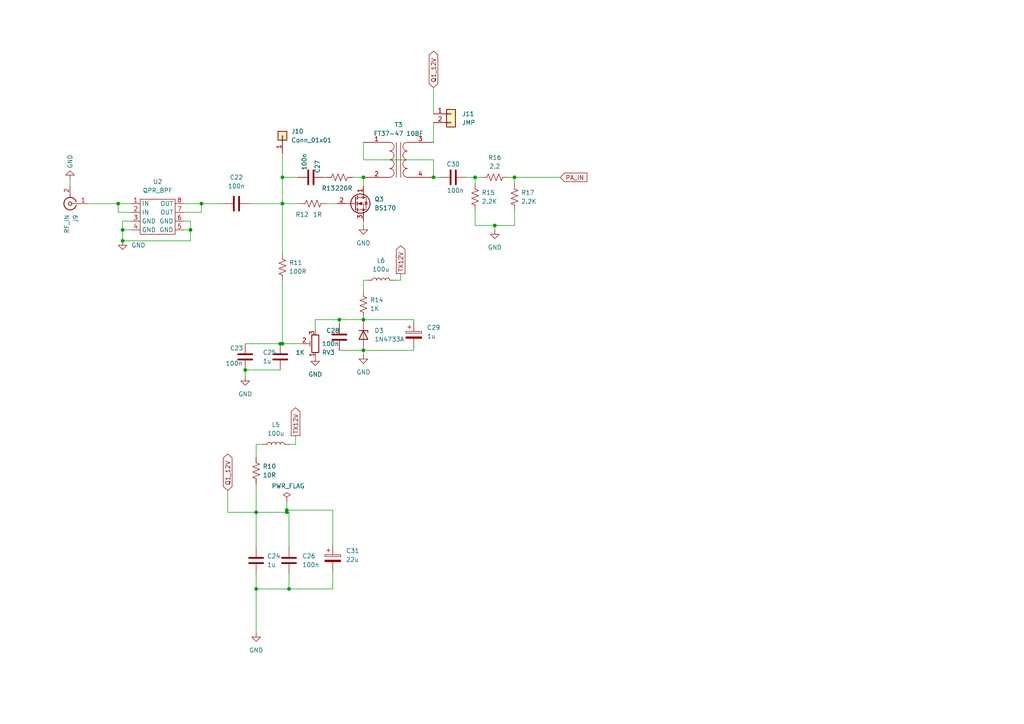
<source format=kicad_sch>
(kicad_sch (version 20211123) (generator eeschema)
  (paper "A4")
  (lib_symbols
    (symbol "Connector:Conn_Coaxial" (pin_names (offset 1.016) hide)
      (property "Reference" "J" (at 0.254 3.048 0))
      (property "Value" "Conn_Coaxial" (at 2.921 0 90))
      (symbol "Conn_Coaxial_0_1"
        (arc (start -1.778 -0.508) (mid 0.2311 -1.8066) (end 1.778 0) (stroke (width 0.254)))
        (polyline (pts (xy -2.54 0) (xy -0.508 0)))
        (polyline (pts (xy 0 -2.54) (xy 0 -1.778)))
        (circle (center 0 0) (radius 0.508) (stroke (width 0.2032)))
        (arc (start 1.778 0) (mid 0.2099 1.8101) (end -1.778 0.508) (stroke (width 0.254)))
      )
      (symbol "Conn_Coaxial_1_1"
        (pin passive line (at -5.08 0 0) (length 2.54) (name "In") (number "1"))
        (pin passive line (at 0 -5.08 90) (length 2.54) (name "Ext") (number "2"))
      )
    )
    (symbol "Connector_Generic:Conn_01x01" (pin_names (offset 1.016) hide)
      (property "Reference" "J" (at 0 2.54 0))
      (property "Value" "Conn_01x01" (at 0 -2.54 0))
      (symbol "Conn_01x01_1_1"
        (rectangle (start -1.27 0.127) (end 0 -0.127) (stroke (width 0.1524)))
        (rectangle (start -1.27 1.27) (end 1.27 -1.27) (stroke (width 0.254)) (fill (type background)))
        (pin passive line (at -5.08 0 0) (length 3.81) (name "Pin_1") (number "1"))
      )
    )
    (symbol "Connector_Generic:Conn_01x02" (pin_names (offset 1.016) hide)
      (property "Reference" "J" (at 0 2.54 0))
      (property "Value" "Conn_01x02" (at 0 -5.08 0))
      (symbol "Conn_01x02_1_1"
        (rectangle (start -1.27 -2.413) (end 0 -2.667) (stroke (width 0.1524)))
        (rectangle (start -1.27 0.127) (end 0 -0.127) (stroke (width 0.1524)))
        (rectangle (start -1.27 1.27) (end 1.27 -3.81) (stroke (width 0.254)) (fill (type background)))
        (pin passive line (at -5.08 0 0) (length 3.81) (name "Pin_1") (number "1"))
        (pin passive line (at -5.08 -2.54 0) (length 3.81) (name "Pin_2") (number "2"))
      )
    )
    (symbol "Custom_RF:Generic Transfomer" (pin_names (offset 1.016) hide)
      (property "Reference" "T" (at 0 6.35 0))
      (property "Value" "Generic Transfomer" (at 0 -7.62 0))
      (symbol "Generic Transfomer_0_1"
        (arc (start -2.54 -5.0546) (mid -1.6599 -4.6901) (end -1.27 -3.81))
        (arc (start -2.54 -2.5146) (mid -1.6599 -2.1501) (end -1.27 -1.27))
        (arc (start -2.54 0.0254) (mid -1.6599 0.3899) (end -1.27 1.27))
        (arc (start -2.54 2.5654) (mid -1.6599 2.9299) (end -1.27 3.81))
        (arc (start -1.27 -3.81) (mid -1.642 -2.912) (end -2.54 -2.54))
        (arc (start -1.27 -1.27) (mid -1.642 -0.372) (end -2.54 0))
        (arc (start -1.27 1.27) (mid -1.642 2.168) (end -2.54 2.54))
        (arc (start -1.27 3.81) (mid -1.642 4.708) (end -2.54 5.08))
        (polyline (pts (xy -0.635 5.08) (xy -0.635 -5.08)))
        (polyline (pts (xy 0.635 -5.08) (xy 0.635 5.08)))
        (arc (start 1.2954 -1.27) (mid 1.6599 -2.1501) (end 2.54 -2.5146))
        (arc (start 1.2954 1.27) (mid 1.6599 0.3899) (end 2.54 0.0254))
        (arc (start 1.2954 3.81) (mid 1.6599 2.9299) (end 2.54 2.5654))
        (arc (start 1.3208 -3.81) (mid 1.6853 -4.6901) (end 2.5654 -5.0546))
        (arc (start 2.54 0) (mid 1.642 -0.372) (end 1.2954 -1.27))
        (arc (start 2.54 2.54) (mid 1.642 2.168) (end 1.2954 1.27))
        (arc (start 2.54 5.08) (mid 1.642 4.708) (end 1.2954 3.81))
        (arc (start 2.5654 -2.54) (mid 1.6674 -2.912) (end 1.3208 -3.81))
      )
      (symbol "Generic Transfomer_1_1"
        (pin passive line (at -10.16 5.08 0) (length 7.62) (name "AA") (number "1"))
        (pin passive line (at -10.16 -5.08 0) (length 7.62) (name "AB") (number "2"))
        (pin passive line (at 10.16 5.08 180) (length 7.62) (name "SB") (number "3"))
        (pin passive line (at 10.16 -5.08 180) (length 7.62) (name "SA") (number "4"))
      )
    )
    (symbol "Custom_RF:QPR_Filter"
      (property "Reference" "U" (at 0 7.62 0))
      (property "Value" "QPR_Filter" (at 0 -7.62 0))
      (symbol "QPR_Filter_0_1"
        (rectangle (start -5.08 5.08) (end 5.08 -5.08))
      )
      (symbol "QPR_Filter_1_1"
        (pin bidirectional line (at -7.62 3.81 0) (length 2.54) (name "IN") (number "1"))
        (pin bidirectional line (at -7.62 1.27 0) (length 2.54) (name "IN") (number "2"))
        (pin power_in line (at -7.62 -1.27 0) (length 2.54) (name "GND") (number "3"))
        (pin power_in line (at -7.62 -3.81 0) (length 2.54) (name "GND") (number "4"))
        (pin power_in line (at 7.62 -3.81 180) (length 2.54) (name "GND") (number "5"))
        (pin power_in line (at 7.62 -1.27 180) (length 2.54) (name "GND") (number "6"))
        (pin bidirectional line (at 7.62 1.27 180) (length 2.54) (name "OUT") (number "7"))
        (pin bidirectional line (at 7.62 3.81 180) (length 2.54) (name "OUT") (number "8"))
      )
    )
    (symbol "Device:C" (pin_numbers hide) (pin_names (offset 0.254))
      (property "Reference" "C" (at 0.635 2.54 0))
      (property "Value" "C" (at 0.635 -2.54 0))
      (symbol "C_0_1"
        (polyline (pts (xy -2.032 -0.762) (xy 2.032 -0.762)) (stroke (width 0.508)))
        (polyline (pts (xy -2.032 0.762) (xy 2.032 0.762)) (stroke (width 0.508)))
      )
      (symbol "C_1_1"
        (pin passive line (at 0 3.81 270) (length 2.794) (name "~") (number "1"))
        (pin passive line (at 0 -3.81 90) (length 2.794) (name "~") (number "2"))
      )
    )
    (symbol "Device:C_Polarized" (pin_numbers hide) (pin_names (offset 0.254))
      (property "Reference" "C" (at 0.635 2.54 0))
      (property "Value" "C_Polarized" (at 0.635 -2.54 0))
      (symbol "C_Polarized_0_1"
        (rectangle (start -2.286 0.508) (end 2.286 1.016))
        (polyline (pts (xy -1.778 2.286) (xy -0.762 2.286)))
        (polyline (pts (xy -1.27 2.794) (xy -1.27 1.778)))
        (rectangle (start 2.286 -0.508) (end -2.286 -1.016) (fill (type outline)))
      )
      (symbol "C_Polarized_1_1"
        (pin passive line (at 0 3.81 270) (length 2.794) (name "~") (number "1"))
        (pin passive line (at 0 -3.81 90) (length 2.794) (name "~") (number "2"))
      )
    )
    (symbol "Device:L" (pin_numbers hide) (pin_names (offset 1.016) hide)
      (property "Reference" "L" (at -1.27 0 90))
      (property "Value" "L" (at 1.905 0 90))
      (symbol "L_0_1"
        (arc (start 0 -2.54) (mid 0.635 -1.905) (end 0 -1.27))
        (arc (start 0 -1.27) (mid 0.635 -0.635) (end 0 0))
        (arc (start 0 0) (mid 0.635 0.635) (end 0 1.27))
        (arc (start 0 1.27) (mid 0.635 1.905) (end 0 2.54))
      )
      (symbol "L_1_1"
        (pin passive line (at 0 3.81 270) (length 1.27) (name "1") (number "1"))
        (pin passive line (at 0 -3.81 90) (length 1.27) (name "2") (number "2"))
      )
    )
    (symbol "Device:R_Potentiometer_Trim" (pin_names (offset 1.016) hide)
      (property "Reference" "RV" (at -4.445 0 90))
      (property "Value" "R_Potentiometer_Trim" (at -2.54 0 90))
      (symbol "R_Potentiometer_Trim_0_1"
        (polyline (pts (xy 1.524 0.762) (xy 1.524 -0.762)))
        (polyline (pts (xy 2.54 0) (xy 1.524 0)))
        (rectangle (start 1.016 2.54) (end -1.016 -2.54) (stroke (width 0.254)))
      )
      (symbol "R_Potentiometer_Trim_1_1"
        (pin passive line (at 0 3.81 270) (length 1.27) (name "1") (number "1"))
        (pin passive line (at 3.81 0 180) (length 1.27) (name "2") (number "2"))
        (pin passive line (at 0 -3.81 90) (length 1.27) (name "3") (number "3"))
      )
    )
    (symbol "Device:R_US" (pin_numbers hide) (pin_names (offset 0))
      (property "Reference" "R" (at 2.54 0 90))
      (property "Value" "R_US" (at -2.54 0 90))
      (symbol "R_US_0_1"
        (polyline (pts (xy 0 -2.286) (xy 0 -2.54)))
        (polyline (pts (xy 0 2.286) (xy 0 2.54)))
        (polyline (pts (xy 0 -0.762) (xy 1.016 -1.143) (xy 0 -1.524) (xy -1.016 -1.905) (xy 0 -2.286)))
        (polyline (pts (xy 0 0.762) (xy 1.016 0.381) (xy 0 0) (xy -1.016 -0.381) (xy 0 -0.762)))
        (polyline (pts (xy 0 2.286) (xy 1.016 1.905) (xy 0 1.524) (xy -1.016 1.143) (xy 0 0.762)))
      )
      (symbol "R_US_1_1"
        (pin passive line (at 0 3.81 270) (length 1.27) (name "~") (number "1"))
        (pin passive line (at 0 -3.81 90) (length 1.27) (name "~") (number "2"))
      )
    )
    (symbol "Diode:1N47xxA" (pin_numbers hide) (pin_names hide)
      (property "Reference" "D" (at 0 2.54 0))
      (property "Value" "1N47xxA" (at 0 -2.54 0))
      (symbol "1N47xxA_0_1"
        (polyline (pts (xy 1.27 0) (xy -1.27 0)))
        (polyline (pts (xy -1.27 -1.27) (xy -1.27 1.27) (xy -0.762 1.27)) (stroke (width 0.254)))
        (polyline (pts (xy 1.27 -1.27) (xy 1.27 1.27) (xy -1.27 0) (xy 1.27 -1.27)) (stroke (width 0.254)))
      )
      (symbol "1N47xxA_1_1"
        (pin passive line (at -3.81 0 0) (length 2.54) (name "K") (number "1"))
        (pin passive line (at 3.81 0 180) (length 2.54) (name "A") (number "2"))
      )
    )
    (symbol "Transistor_FET:BS170" (pin_names hide)
      (property "Reference" "Q" (at 5.08 1.905 0))
      (property "Value" "BS170" (at 5.08 0 0))
      (symbol "BS170_0_1"
        (polyline (pts (xy 0.254 0) (xy -2.54 0)))
        (polyline (pts (xy 0.254 1.905) (xy 0.254 -1.905)) (stroke (width 0.254)))
        (polyline (pts (xy 0.762 -1.27) (xy 0.762 -2.286)) (stroke (width 0.254)))
        (polyline (pts (xy 0.762 0.508) (xy 0.762 -0.508)) (stroke (width 0.254)))
        (polyline (pts (xy 0.762 2.286) (xy 0.762 1.27)) (stroke (width 0.254)))
        (polyline (pts (xy 2.54 2.54) (xy 2.54 1.778)))
        (polyline (pts (xy 2.54 -2.54) (xy 2.54 0) (xy 0.762 0)))
        (polyline (pts (xy 0.762 -1.778) (xy 3.302 -1.778) (xy 3.302 1.778) (xy 0.762 1.778)))
        (polyline (pts (xy 1.016 0) (xy 2.032 0.381) (xy 2.032 -0.381) (xy 1.016 0)) (fill (type outline)))
        (polyline (pts (xy 2.794 0.508) (xy 2.921 0.381) (xy 3.683 0.381) (xy 3.81 0.254)))
        (polyline (pts (xy 3.302 0.381) (xy 2.921 -0.254) (xy 3.683 -0.254) (xy 3.302 0.381)))
        (circle (center 1.651 0) (radius 2.794) (stroke (width 0.254)))
        (circle (center 2.54 -1.778) (radius 0.254) (fill (type outline)))
        (circle (center 2.54 1.778) (radius 0.254) (fill (type outline)))
      )
      (symbol "BS170_1_1"
        (pin passive line (at 2.54 5.08 270) (length 2.54) (name "D") (number "1"))
        (pin input line (at -5.08 0 0) (length 2.54) (name "G") (number "2"))
        (pin passive line (at 2.54 -5.08 90) (length 2.54) (name "S") (number "3"))
      )
    )
    (symbol "power:GND" (power) (pin_names (offset 0))
      (property "Value" "GND" (at 0 -3.81 0))
      (symbol "GND_0_1"
        (polyline (pts (xy 0 0) (xy 0 -1.27) (xy 1.27 -1.27) (xy 0 -2.54) (xy -1.27 -1.27) (xy 0 -1.27)))
      )
      (symbol "GND_1_1"
        (pin power_in line (at 0 0 270) (length 0) hide (name "GND") (number "1"))
      )
    )
    (symbol "power:PWR_FLAG" (power) (pin_numbers hide) (pin_names (offset 0) hide)
      (property "Value" "PWR_FLAG" (at 0 3.81 0))
      (symbol "PWR_FLAG_0_0"
        (pin power_out line (at 0 0 90) (length 0) (name "pwr") (number "1"))
      )
      (symbol "PWR_FLAG_0_1"
        (polyline (pts (xy 0 0) (xy 0 1.27) (xy -1.016 1.905) (xy 0 2.54) (xy 1.016 1.905) (xy 0 1.27)))
      )
    )
  )
  (junction (at 74.295 148.59))
  (junction (at 83.185 147.955))
  (junction (at 98.425 92.71))
  (junction (at 35.56 66.675))
  (junction (at 81.915 59.055))
  (junction (at 143.51 65.405))
  (junction (at 71.12 107.315))
  (junction (at 74.295 170.815))
  (junction (at 125.73 51.435))
  (junction (at 81.915 51.435))
  (junction (at 149.225 51.435))
  (junction (at 83.185 148.59))
  (junction (at 55.245 66.675))
  (junction (at 83.82 170.815))
  (junction (at 35.56 69.85))
  (junction (at 81.915 99.695))
  (junction (at 105.41 101.6))
  (junction (at 34.29 59.055))
  (junction (at 105.41 51.435))
  (junction (at 137.795 51.435))
  (junction (at 81.28 99.695))
  (junction (at 58.42 59.055))
  (junction (at 105.41 92.71))
  (wire (pts (xy 96.52 147.955) (xy 96.52 158.115)))
  (wire (pts (xy 72.39 59.055) (xy 81.915 59.055)))
  (wire (pts (xy 116.205 79.375) (xy 116.205 81.28)))
  (wire (pts (xy 74.295 148.59) (xy 66.04 148.59)))
  (wire (pts (xy 120.015 101.6) (xy 120.015 100.965)))
  (wire (pts (xy 135.255 51.435) (xy 137.795 51.435)))
  (wire (pts (xy 20.32 52.07) (xy 20.32 53.975)))
  (wire (pts (xy 105.41 101.6) (xy 98.425 101.6)))
  (wire (pts (xy 53.34 64.135) (xy 55.245 64.135)))
  (wire (pts (xy 91.44 92.71) (xy 91.44 95.885)))
  (wire (pts (xy 55.245 69.85) (xy 35.56 69.85)))
  (wire (pts (xy 83.185 148.59) (xy 83.82 148.59)))
  (wire (pts (xy 81.915 81.28) (xy 81.915 99.695)))
  (wire (pts (xy 105.41 92.71) (xy 105.41 92.075)))
  (wire (pts (xy 143.51 65.405) (xy 143.51 66.675)))
  (wire (pts (xy 137.795 65.405) (xy 137.795 60.96)))
  (wire (pts (xy 58.42 61.595) (xy 58.42 59.055)))
  (wire (pts (xy 96.52 165.735) (xy 96.52 170.815)))
  (wire (pts (xy 137.795 51.435) (xy 137.795 53.34)))
  (wire (pts (xy 149.225 51.435) (xy 162.56 51.435)))
  (wire (pts (xy 105.41 64.135) (xy 105.41 65.405)))
  (wire (pts (xy 149.225 65.405) (xy 143.51 65.405)))
  (wire (pts (xy 53.34 61.595) (xy 58.42 61.595)))
  (wire (pts (xy 76.2 128.905) (xy 74.295 128.905)))
  (wire (pts (xy 105.41 51.435) (xy 105.41 53.975)))
  (wire (pts (xy 83.185 147.955) (xy 96.52 147.955)))
  (wire (pts (xy 96.52 170.815) (xy 83.82 170.815)))
  (wire (pts (xy 81.915 99.695) (xy 87.63 99.695)))
  (wire (pts (xy 34.29 59.055) (xy 38.1 59.055)))
  (wire (pts (xy 55.245 66.675) (xy 55.245 69.85)))
  (wire (pts (xy 74.295 148.59) (xy 83.185 148.59)))
  (wire (pts (xy 105.41 100.965) (xy 105.41 101.6)))
  (wire (pts (xy 74.295 128.905) (xy 74.295 132.715)))
  (wire (pts (xy 74.295 166.37) (xy 74.295 170.815)))
  (wire (pts (xy 98.425 92.71) (xy 105.41 92.71)))
  (wire (pts (xy 86.995 59.055) (xy 81.915 59.055)))
  (wire (pts (xy 38.1 61.595) (xy 34.29 61.595)))
  (wire (pts (xy 81.915 44.45) (xy 81.915 51.435)))
  (wire (pts (xy 149.225 51.435) (xy 149.225 53.34)))
  (wire (pts (xy 25.4 59.055) (xy 34.29 59.055)))
  (wire (pts (xy 71.12 109.22) (xy 71.12 107.315)))
  (wire (pts (xy 38.1 64.135) (xy 35.56 64.135)))
  (wire (pts (xy 81.915 51.435) (xy 81.915 59.055)))
  (wire (pts (xy 97.79 59.055) (xy 94.615 59.055)))
  (wire (pts (xy 105.41 93.345) (xy 105.41 92.71)))
  (wire (pts (xy 116.205 81.28) (xy 114.3 81.28)))
  (wire (pts (xy 58.42 59.055) (xy 64.77 59.055)))
  (wire (pts (xy 105.41 101.6) (xy 120.015 101.6)))
  (wire (pts (xy 137.795 51.435) (xy 139.7 51.435)))
  (wire (pts (xy 35.56 66.675) (xy 38.1 66.675)))
  (wire (pts (xy 120.015 92.71) (xy 120.015 93.345)))
  (wire (pts (xy 71.12 107.315) (xy 81.28 107.315)))
  (wire (pts (xy 125.73 51.435) (xy 127.635 51.435)))
  (wire (pts (xy 35.56 64.135) (xy 35.56 66.675)))
  (wire (pts (xy 74.295 170.815) (xy 74.295 183.515)))
  (wire (pts (xy 83.82 148.59) (xy 83.82 158.75)))
  (wire (pts (xy 74.295 170.815) (xy 83.82 170.815)))
  (wire (pts (xy 105.41 81.28) (xy 105.41 84.455)))
  (wire (pts (xy 55.245 64.135) (xy 55.245 66.675)))
  (wire (pts (xy 105.41 46.355) (xy 125.73 46.355)))
  (wire (pts (xy 74.295 140.335) (xy 74.295 148.59)))
  (wire (pts (xy 85.725 128.905) (xy 83.82 128.905)))
  (wire (pts (xy 147.32 51.435) (xy 149.225 51.435)))
  (wire (pts (xy 105.41 92.71) (xy 120.015 92.71)))
  (wire (pts (xy 81.915 99.695) (xy 81.28 99.695)))
  (wire (pts (xy 105.41 41.275) (xy 105.41 46.355)))
  (wire (pts (xy 86.36 51.435) (xy 81.915 51.435)))
  (wire (pts (xy 74.295 148.59) (xy 74.295 158.75)))
  (wire (pts (xy 34.29 61.595) (xy 34.29 59.055)))
  (wire (pts (xy 106.68 81.28) (xy 105.41 81.28)))
  (wire (pts (xy 83.185 145.415) (xy 83.185 147.955)))
  (wire (pts (xy 53.34 59.055) (xy 58.42 59.055)))
  (wire (pts (xy 149.225 60.96) (xy 149.225 65.405)))
  (wire (pts (xy 81.915 59.055) (xy 81.915 73.66)))
  (wire (pts (xy 35.56 69.85) (xy 35.56 66.675)))
  (wire (pts (xy 93.98 51.435) (xy 94.615 51.435)))
  (wire (pts (xy 125.73 35.56) (xy 125.73 41.275)))
  (wire (pts (xy 66.04 142.24) (xy 66.04 148.59)))
  (wire (pts (xy 71.12 99.695) (xy 81.28 99.695)))
  (wire (pts (xy 85.725 126.365) (xy 85.725 128.905)))
  (wire (pts (xy 125.73 46.355) (xy 125.73 51.435)))
  (wire (pts (xy 143.51 65.405) (xy 137.795 65.405)))
  (wire (pts (xy 105.41 102.87) (xy 105.41 101.6)))
  (wire (pts (xy 83.185 147.955) (xy 83.185 148.59)))
  (wire (pts (xy 125.73 25.4) (xy 125.73 33.02)))
  (wire (pts (xy 98.425 92.71) (xy 98.425 93.98)))
  (wire (pts (xy 91.44 92.71) (xy 98.425 92.71)))
  (wire (pts (xy 83.82 166.37) (xy 83.82 170.815)))
  (wire (pts (xy 55.245 66.675) (xy 53.34 66.675)))
  (wire (pts (xy 102.235 51.435) (xy 105.41 51.435)))
  (global_label "TX12V" (shape output) (at 116.205 79.375 90) (property "Intersheet References" "${INTERSHEET_REFS}" (effects hide)))
  (global_label "Q1_12V" (shape bidirectional) (at 125.73 25.4 90) (property "Intersheet References" "${INTERSHEET_REFS}" (effects hide)))
  (global_label "PA_IN" (shape input) (at 162.56 51.435 0) (property "Intersheet References" "${INTERSHEET_REFS}" (effects hide)))
  (global_label "Q1_12V" (shape bidirectional) (at 66.04 142.24 90) (property "Intersheet References" "${INTERSHEET_REFS}" (effects hide)))
  (global_label "TX12V" (shape output) (at 85.725 126.365 90) (property "Intersheet References" "${INTERSHEET_REFS}" (effects hide)))
  (symbol (lib_id "Device:C") (at 83.82 162.56 0) (unit 1)
    (property "Reference" "C26" (at 87.63 161.2899 0) (effects (justify left)))
    (property "Value" "100n" (at 87.63 163.8299 0) (effects (justify left)))
    (property "Footprint" "Capacitor_SMD:C_1206_3216Metric" (effects hide))
  )
  (symbol (lib_id "Device:R_US") (at 74.295 136.525 0) (unit 1)
    (property "Reference" "R10" (at 76.2 135.2549 0) (effects (justify left)))
    (property "Value" "10R" (at 76.2 137.7949 0) (effects (justify left)))
    (property "Footprint" "Resistor_SMD:R_1206_3216Metric" (effects hide))
  )
  (symbol (lib_id "Device:R_US") (at 81.915 77.47 180) (unit 1)
    (property "Reference" "R11" (at 83.82 76.1999 0) (effects (justify right)))
    (property "Value" "100R" (at 83.82 78.7399 0) (effects (justify right)))
    (property "Footprint" "Resistor_SMD:R_1206_3216Metric" (effects hide))
  )
  (symbol (lib_id "Connector_Generic:Conn_01x01") (at 81.915 39.37 90) (unit 1)
    (property "Reference" "J10" (at 84.455 38.0999 90) (effects (justify right)))
    (property "Value" "Conn_01x01" (at 84.455 40.6399 90) (effects (justify right)))
    (property "Footprint" "Connector_PinHeader_1.00mm:PinHeader_1x01_P1.00mm_Vertical" (effects hide))
  )
  (symbol (lib_id "Device:R_US") (at 137.795 57.15 180) (unit 1)
    (property "Reference" "R15" (at 139.7 55.8799 0) (effects (justify right)))
    (property "Value" "2.2K" (at 139.7 58.4199 0) (effects (justify right)))
    (property "Footprint" "Resistor_SMD:R_1206_3216Metric" (effects hide))
  )
  (symbol (lib_id "power:GND") (at 91.44 103.505 0) (unit 1)
    (property "Reference" "#PWR020" (effects hide))
    (property "Value" "GND" (at 91.44 108.585 0))
  )
  (symbol (lib_id "Device:R_US") (at 98.425 51.435 270) (unit 1)
    (property "Reference" "R13" (at 95.25 54.61 90))
    (property "Value" "220R" (at 99.695 54.61 90))
    (property "Footprint" "Resistor_SMD:R_1206_3216Metric" (effects hide))
  )
  (symbol (lib_id "Device:L") (at 80.01 128.905 90) (unit 1)
    (property "Reference" "L5" (at 80.01 123.19 90))
    (property "Value" "100u" (at 80.01 125.73 90))
    (property "Footprint" "Inductor_SMD:L_1206_3216Metric_Pad1.42x1.75mm_HandSolder" (effects hide))
  )
  (symbol (lib_id "power:GND") (at 35.56 69.85 0) (unit 1)
    (property "Reference" "#PWR017" (effects hide))
    (property "Value" "GND" (at 38.1 71.1199 0) (effects (justify left)))
  )
  (symbol (lib_id "Device:R_Potentiometer_Trim") (at 91.44 99.695 180) (unit 1)
    (property "Reference" "RV3" (at 93.345 102.235 0) (effects (justify right)))
    (property "Value" "1K" (at 85.725 102.235 0) (effects (justify right)))
    (property "Footprint" "Potentiometer_THT:Potentiometer_Bourns_3296W_Vertical" (effects hide))
  )
  (symbol (lib_id "Connector:Conn_Coaxial") (at 20.32 59.055 180) (unit 1)
    (property "Reference" "J9" (at 21.9076 62.23 90) (effects (justify left)))
    (property "Value" "RF_IN" (at 19.3676 62.23 90) (effects (justify left)))
    (property "Footprint" "Connector_Coaxial:SMA_Amphenol_901-144_Vertical" (effects hide))
    (property "Datasheet" " ~" (effects hide))
  )
  (symbol (lib_id "Diode:1N47xxA") (at 105.41 97.155 270) (unit 1)
    (property "Reference" "D3" (at 108.585 95.8849 90) (effects (justify left)))
    (property "Value" "1N4733A" (at 108.585 98.4249 90) (effects (justify left)))
    (property "Footprint" "Diode_THT:D_DO-41_SOD81_P10.16mm_Horizontal" (effects hide))
    (property "Datasheet" "https://www.vishay.com/docs/85816/1n4728a.pdf" (effects hide))
  )
  (symbol (lib_id "power:GND") (at 143.51 66.675 0) (unit 1)
    (property "Reference" "#PWR023" (effects hide))
    (property "Value" "GND" (at 143.51 71.755 0))
  )
  (symbol (lib_id "Device:C") (at 98.425 97.79 0) (unit 1)
    (property "Reference" "C28" (at 94.615 95.885 0) (effects (justify left)))
    (property "Value" "100n" (at 93.345 99.695 0) (effects (justify left)))
    (property "Footprint" "Capacitor_SMD:C_1206_3216Metric" (effects hide))
  )
  (symbol (lib_id "Device:C") (at 68.58 59.055 270) (unit 1)
    (property "Reference" "C22" (at 68.58 51.435 90))
    (property "Value" "100n" (at 68.58 53.975 90))
    (property "Footprint" "Capacitor_SMD:C_1206_3216Metric" (effects hide))
  )
  (symbol (lib_id "power:GND") (at 71.12 109.22 0) (unit 1)
    (property "Reference" "#PWR018" (effects hide))
    (property "Value" "GND" (at 71.12 114.3 0))
  )
  (symbol (lib_id "power:GND") (at 105.41 102.87 0) (unit 1)
    (property "Reference" "#PWR022" (effects hide))
    (property "Value" "GND" (at 105.41 107.95 0))
  )
  (symbol (lib_id "Custom_RF:Generic Transfomer") (at 115.57 46.355 0) (unit 1)
    (property "Reference" "T3" (at 115.5827 36.195 0))
    (property "Value" "FT37-47 10BF" (at 115.5827 38.735 0))
    (property "Footprint" "Transformer_THT:Transformer_Toroid_Horizontal_D10.5mm_Amidon-T37" (effects hide))
  )
  (symbol (lib_id "power:GND") (at 20.32 52.07 180) (unit 1)
    (property "Reference" "#PWR016" (effects hide))
    (property "Value" "GND" (at 20.3201 48.895 90) (effects (justify right)))
  )
  (symbol (lib_id "Device:C") (at 131.445 51.435 270) (unit 1)
    (property "Reference" "C30" (at 131.445 47.625 90))
    (property "Value" "100n" (at 132.08 55.245 90))
    (property "Footprint" "Capacitor_SMD:C_1206_3216Metric" (effects hide))
  )
  (symbol (lib_id "Device:R_US") (at 105.41 88.265 0) (unit 1)
    (property "Reference" "R14" (at 107.315 86.9949 0) (effects (justify left)))
    (property "Value" "1K" (at 107.315 89.5349 0) (effects (justify left)))
    (property "Footprint" "Resistor_SMD:R_1206_3216Metric" (effects hide))
  )
  (symbol (lib_id "Device:C") (at 90.17 51.435 270) (unit 1)
    (property "Reference" "C27" (at 92.075 46.355 0) (effects (justify left)))
    (property "Value" "100n" (at 88.265 44.45 0) (effects (justify left)))
    (property "Footprint" "Capacitor_SMD:C_1206_3216Metric" (effects hide))
  )
  (symbol (lib_id "Device:R_US") (at 90.805 59.055 270) (unit 1)
    (property "Reference" "R12" (at 87.63 62.23 90))
    (property "Value" "1R" (at 92.075 62.23 90))
    (property "Footprint" "Resistor_SMD:R_1206_3216Metric" (effects hide))
  )
  (symbol (lib_id "Device:L") (at 110.49 81.28 90) (unit 1)
    (property "Reference" "L6" (at 110.49 75.565 90))
    (property "Value" "100u" (at 110.49 78.105 90))
    (property "Footprint" "Inductor_SMD:L_1206_3216Metric_Pad1.42x1.75mm_HandSolder" (effects hide))
  )
  (symbol (lib_id "Device:C") (at 74.295 162.56 0) (unit 1)
    (property "Reference" "C24" (at 77.47 161.2899 0) (effects (justify left)))
    (property "Value" "1u" (at 77.47 163.8299 0) (effects (justify left)))
    (property "Footprint" "Capacitor_SMD:C_1206_3216Metric" (effects hide))
  )
  (symbol (lib_id "Device:C_Polarized") (at 96.52 161.925 0) (unit 1)
    (property "Reference" "C31" (at 100.33 159.7659 0) (effects (justify left)))
    (property "Value" "22u" (at 100.33 162.3059 0) (effects (justify left)))
    (property "Footprint" "Capacitor_THT:CP_Radial_D5.0mm_P2.50mm" (effects hide))
  )
  (symbol (lib_id "power:GND") (at 74.295 183.515 0) (unit 1)
    (property "Reference" "#PWR019" (effects hide))
    (property "Value" "GND" (at 74.295 188.595 0))
  )
  (symbol (lib_id "Device:C_Polarized") (at 120.015 97.155 0) (unit 1)
    (property "Reference" "C29" (at 123.825 94.9959 0) (effects (justify left)))
    (property "Value" "1u" (at 123.825 97.5359 0) (effects (justify left)))
    (property "Footprint" "Capacitor_THT:CP_Radial_D8.0mm_P2.50mm" (effects hide))
  )
  (symbol (lib_id "Device:R_US") (at 149.225 57.15 180) (unit 1)
    (property "Reference" "R17" (at 151.13 55.88 0) (effects (justify right)))
    (property "Value" "2.2K" (at 151.13 58.42 0) (effects (justify right)))
    (property "Footprint" "Resistor_SMD:R_1206_3216Metric" (effects hide))
  )
  (symbol (lib_id "power:PWR_FLAG") (at 83.185 145.415 0) (unit 1)
    (property "Reference" "#FLG03" (effects hide))
    (property "Value" "PWR_FLAG" (at 78.74 140.97 0) (effects (justify left)))
  )
  (symbol (lib_id "power:GND") (at 105.41 65.405 0) (unit 1)
    (property "Reference" "#PWR021" (effects hide))
    (property "Value" "GND" (at 105.41 70.485 0))
  )
  (symbol (lib_id "Device:C") (at 81.28 103.505 0) (unit 1)
    (property "Reference" "C25" (at 76.2 102.235 0) (effects (justify left)))
    (property "Value" "1u" (at 76.2 104.775 0) (effects (justify left)))
    (property "Footprint" "Capacitor_SMD:C_1206_3216Metric" (effects hide))
  )
  (symbol (lib_id "Custom_RF:QPR_Filter") (at 45.72 62.865 0) (unit 1)
    (property "Reference" "U2" (at 45.72 52.705 0))
    (property "Value" "QPR_BPF" (at 45.72 55.245 0))
    (property "Footprint" "Custom_RF:QRPLabs_Filter_TH" (effects hide))
    (property "Datasheet" "https://www.qrp-labs.com/lpfkit.html" (effects hide))
  )
  (symbol (lib_id "Device:C") (at 71.12 103.505 0) (unit 1)
    (property "Reference" "C23" (at 66.675 100.965 0) (effects (justify left)))
    (property "Value" "100n" (at 65.405 105.41 0) (effects (justify left)))
    (property "Footprint" "Capacitor_SMD:C_1206_3216Metric" (effects hide))
  )
  (symbol (lib_id "Connector_Generic:Conn_01x02") (at 130.81 33.02 0) (unit 1)
    (property "Reference" "J11" (at 133.985 33.0199 0) (effects (justify left)))
    (property "Value" "JMP" (at 133.985 35.5599 0) (effects (justify left)))
    (property "Footprint" "Connector_PinHeader_2.54mm:PinHeader_1x02_P2.54mm_Vertical" (effects hide))
  )
  (symbol (lib_id "Device:R_US") (at 143.51 51.435 90) (unit 1)
    (property "Reference" "R16" (at 143.51 45.72 90))
    (property "Value" "2.2" (at 143.51 48.26 90))
    (property "Footprint" "Resistor_SMD:R_1206_3216Metric" (effects hide))
  )
  (symbol (lib_id "Transistor_FET:BS170") (at 102.87 59.055 0) (unit 1)
    (property "Reference" "Q3" (at 108.585 57.7849 0) (effects (justify left)))
    (property "Value" "BS170" (at 108.585 60.3249 0) (effects (justify left)))
    (property "Footprint" "Package_TO_SOT_THT:TO-92_Inline_Wide" (effects hide))
    (property "Datasheet" "https://www.onsemi.com/pub/Collateral/BS170-D.PDF" (effects hide))
  )
)
</source>
